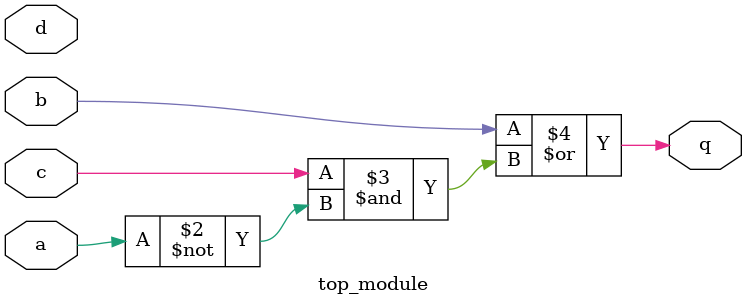
<source format=sv>
module top_module (
    input a, 
    input b, 
    input c, 
    input d,
    output q
);
    assign q = (b == 1'b1) | (c & ~a);
endmodule

</source>
